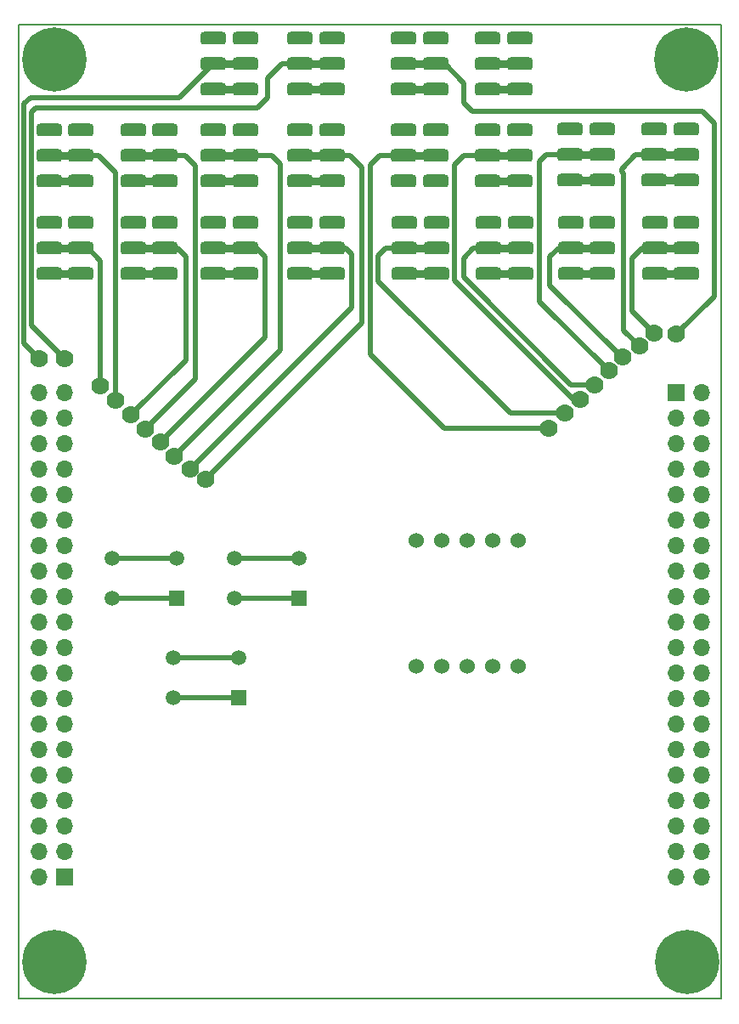
<source format=gbl>
%TF.GenerationSoftware,KiCad,Pcbnew,(6.0.1)*%
%TF.CreationDate,2022-04-05T15:29:15+02:00*%
%TF.ProjectId,ba_nano_version_2,62615f6e-616e-46f5-9f76-657273696f6e,rev?*%
%TF.SameCoordinates,Original*%
%TF.FileFunction,Copper,L2,Bot*%
%TF.FilePolarity,Positive*%
%FSLAX46Y46*%
G04 Gerber Fmt 4.6, Leading zero omitted, Abs format (unit mm)*
G04 Created by KiCad (PCBNEW (6.0.1)) date 2022-04-05 15:29:15*
%MOMM*%
%LPD*%
G01*
G04 APERTURE LIST*
G04 Aperture macros list*
%AMRoundRect*
0 Rectangle with rounded corners*
0 $1 Rounding radius*
0 $2 $3 $4 $5 $6 $7 $8 $9 X,Y pos of 4 corners*
0 Add a 4 corners polygon primitive as box body*
4,1,4,$2,$3,$4,$5,$6,$7,$8,$9,$2,$3,0*
0 Add four circle primitives for the rounded corners*
1,1,$1+$1,$2,$3*
1,1,$1+$1,$4,$5*
1,1,$1+$1,$6,$7*
1,1,$1+$1,$8,$9*
0 Add four rect primitives between the rounded corners*
20,1,$1+$1,$2,$3,$4,$5,0*
20,1,$1+$1,$4,$5,$6,$7,0*
20,1,$1+$1,$6,$7,$8,$9,0*
20,1,$1+$1,$8,$9,$2,$3,0*%
G04 Aperture macros list end*
%TA.AperFunction,Profile*%
%ADD10C,0.200000*%
%TD*%
%TA.AperFunction,ComponentPad*%
%ADD11RoundRect,0.317500X0.955000X-0.317500X0.955000X0.317500X-0.955000X0.317500X-0.955000X-0.317500X0*%
%TD*%
%TA.AperFunction,ComponentPad*%
%ADD12C,6.400000*%
%TD*%
%TA.AperFunction,ComponentPad*%
%ADD13C,1.524000*%
%TD*%
%TA.AperFunction,ComponentPad*%
%ADD14R,1.500000X1.500000*%
%TD*%
%TA.AperFunction,ComponentPad*%
%ADD15C,1.500000*%
%TD*%
%TA.AperFunction,ComponentPad*%
%ADD16R,1.700000X1.700000*%
%TD*%
%TA.AperFunction,ComponentPad*%
%ADD17O,1.700000X1.700000*%
%TD*%
%TA.AperFunction,ViaPad*%
%ADD18C,1.778000*%
%TD*%
%TA.AperFunction,Conductor*%
%ADD19C,0.508000*%
%TD*%
%TA.AperFunction,Conductor*%
%ADD20C,0.762000*%
%TD*%
G04 APERTURE END LIST*
D10*
X169658181Y-52980345D02*
X169658181Y-149982945D01*
X99655781Y-149982945D02*
X99655781Y-52980345D01*
X169658181Y-149982945D02*
X99655781Y-149982945D01*
X99655781Y-52980345D02*
X169658181Y-52980345D01*
D11*
%TO.P,SW20,1,A*%
%TO.N,Net-(R40-Pad2)*%
X105863420Y-77759560D03*
%TO.P,SW20,2,B*%
%TO.N,/GPIO_0_37*%
X105863420Y-75219560D03*
%TO.P,SW20,3,C*%
%TO.N,GND*%
X105863420Y-72679560D03*
%TO.P,SW20,4,A*%
%TO.N,Net-(R40-Pad2)*%
X102670640Y-77759560D03*
%TO.P,SW20,5,B*%
%TO.N,/GPIO_0_37*%
X102670640Y-75219560D03*
%TO.P,SW20,6,C*%
%TO.N,GND*%
X102670640Y-72679560D03*
%TD*%
%TO.P,SW14,1,A*%
%TO.N,Net-(R34-Pad2)*%
X157854680Y-77724000D03*
%TO.P,SW14,2,B*%
%TO.N,/GPIO_1_5*%
X157854680Y-75184000D03*
%TO.P,SW14,3,C*%
%TO.N,GND*%
X157854680Y-72644000D03*
%TO.P,SW14,4,A*%
%TO.N,Net-(R34-Pad2)*%
X154661900Y-77724000D03*
%TO.P,SW14,5,B*%
%TO.N,/GPIO_1_5*%
X154661900Y-75184000D03*
%TO.P,SW14,6,C*%
%TO.N,GND*%
X154661900Y-72644000D03*
%TD*%
D12*
%TO.P,H4,1*%
%TO.N,N/C*%
X166243000Y-56388000D03*
%TD*%
D13*
%TO.P,U1,1,D*%
%TO.N,Net-(R42-Pad2)*%
X139319000Y-116867000D03*
%TO.P,U1,2,DP*%
%TO.N,Net-(R44-Pad2)*%
X141859000Y-116867000D03*
%TO.P,U1,3,E*%
%TO.N,Net-(R46-Pad2)*%
X144399000Y-116867000D03*
%TO.P,U1,4,C*%
%TO.N,Net-(R48-Pad2)*%
X146939000Y-116867000D03*
%TO.P,U1,5,CA_DIG2*%
%TO.N,GND*%
X149479000Y-116867000D03*
%TO.P,U1,6,B*%
%TO.N,Net-(R49-Pad1)*%
X149479000Y-104367000D03*
%TO.P,U1,7,A*%
%TO.N,Net-(R47-Pad1)*%
X146939000Y-104367000D03*
%TO.P,U1,8,F*%
%TO.N,Net-(R45-Pad1)*%
X144399000Y-104367000D03*
%TO.P,U1,9,G*%
%TO.N,Net-(R43-Pad1)*%
X141859000Y-104367000D03*
%TO.P,U1,10,CA_D1*%
%TO.N,GND*%
X139319000Y-104367000D03*
%TD*%
D11*
%TO.P,SW19,1,A*%
%TO.N,Net-(R39-Pad2)*%
X114255580Y-77759560D03*
%TO.P,SW19,2,B*%
%TO.N,/GPIO_0_35*%
X114255580Y-75219560D03*
%TO.P,SW19,3,C*%
%TO.N,GND*%
X114255580Y-72679560D03*
%TO.P,SW19,4,A*%
%TO.N,Net-(R39-Pad2)*%
X111062800Y-77759560D03*
%TO.P,SW19,5,B*%
%TO.N,/GPIO_0_35*%
X111062800Y-75219560D03*
%TO.P,SW19,6,C*%
%TO.N,GND*%
X111062800Y-72679560D03*
%TD*%
%TO.P,SW10,1,A*%
%TO.N,Net-(R30-Pad2)*%
X122228640Y-68513960D03*
%TO.P,SW10,2,B*%
%TO.N,/GPIO_0_32*%
X122228640Y-65973960D03*
%TO.P,SW10,3,C*%
%TO.N,GND*%
X122228640Y-63433960D03*
%TO.P,SW10,4,A*%
%TO.N,Net-(R30-Pad2)*%
X119035860Y-68513960D03*
%TO.P,SW10,5,B*%
%TO.N,/GPIO_0_32*%
X119035860Y-65973960D03*
%TO.P,SW10,6,C*%
%TO.N,GND*%
X119035860Y-63433960D03*
%TD*%
D12*
%TO.P,H1,1*%
%TO.N,N/C*%
X103251000Y-146291300D03*
%TD*%
D14*
%TO.P,S1,1,COM_1*%
%TO.N,Net-(R52-Pad2)*%
X127635000Y-110109000D03*
D15*
%TO.P,S1,2,COM_2*%
X121135000Y-110109000D03*
%TO.P,S1,3,NO_1*%
%TO.N,/GPIO_0_26*%
X127635000Y-106109000D03*
%TO.P,S1,4,NO_2*%
X121135000Y-106109000D03*
%TD*%
D12*
%TO.P,H3,1*%
%TO.N,N/C*%
X103251000Y-56375300D03*
%TD*%
D11*
%TO.P,SW18,1,A*%
%TO.N,Net-(R38-Pad2)*%
X122228640Y-77759560D03*
%TO.P,SW18,2,B*%
%TO.N,/GPIO_0_33*%
X122228640Y-75219560D03*
%TO.P,SW18,3,C*%
%TO.N,GND*%
X122228640Y-72679560D03*
%TO.P,SW18,4,A*%
%TO.N,Net-(R38-Pad2)*%
X119035860Y-77759560D03*
%TO.P,SW18,5,B*%
%TO.N,/GPIO_0_33*%
X119035860Y-75219560D03*
%TO.P,SW18,6,C*%
%TO.N,GND*%
X119035860Y-72679560D03*
%TD*%
%TO.P,SW3,1,A*%
%TO.N,Net-(R23-Pad2)*%
X130874800Y-59369960D03*
%TO.P,SW3,2,B*%
%TO.N,/GPIO_0_38*%
X130874800Y-56829960D03*
%TO.P,SW3,3,C*%
%TO.N,GND*%
X130874800Y-54289960D03*
%TO.P,SW3,4,A*%
%TO.N,Net-(R23-Pad2)*%
X127682020Y-59369960D03*
%TO.P,SW3,5,B*%
%TO.N,/GPIO_0_38*%
X127682020Y-56829960D03*
%TO.P,SW3,6,C*%
%TO.N,GND*%
X127682020Y-54289960D03*
%TD*%
%TO.P,SW16,1,A*%
%TO.N,Net-(R36-Pad2)*%
X141304040Y-77759560D03*
%TO.P,SW16,2,B*%
%TO.N,/GPIO_1_9*%
X141304040Y-75219560D03*
%TO.P,SW16,3,C*%
%TO.N,GND*%
X141304040Y-72679560D03*
%TO.P,SW16,4,A*%
%TO.N,Net-(R36-Pad2)*%
X138111260Y-77759560D03*
%TO.P,SW16,5,B*%
%TO.N,/GPIO_1_9*%
X138111260Y-75219560D03*
%TO.P,SW16,6,C*%
%TO.N,GND*%
X138111260Y-72679560D03*
%TD*%
%TO.P,SW15,1,A*%
%TO.N,Net-(R35-Pad2)*%
X149670800Y-77759560D03*
%TO.P,SW15,2,B*%
%TO.N,/GPIO_1_7*%
X149670800Y-75219560D03*
%TO.P,SW15,3,C*%
%TO.N,GND*%
X149670800Y-72679560D03*
%TO.P,SW15,4,A*%
%TO.N,Net-(R35-Pad2)*%
X146478020Y-77759560D03*
%TO.P,SW15,5,B*%
%TO.N,/GPIO_1_7*%
X146478020Y-75219560D03*
%TO.P,SW15,6,C*%
%TO.N,GND*%
X146478020Y-72679560D03*
%TD*%
%TO.P,SW2,1,A*%
%TO.N,Net-(R22-Pad2)*%
X141207520Y-59369960D03*
%TO.P,SW2,2,B*%
%TO.N,/GPIO_1_0*%
X141207520Y-56829960D03*
%TO.P,SW2,3,C*%
%TO.N,GND*%
X141207520Y-54289960D03*
%TO.P,SW2,4,A*%
%TO.N,Net-(R22-Pad2)*%
X138014740Y-59369960D03*
%TO.P,SW2,5,B*%
%TO.N,/GPIO_1_0*%
X138014740Y-56829960D03*
%TO.P,SW2,6,C*%
%TO.N,GND*%
X138014740Y-54289960D03*
%TD*%
%TO.P,SW6,1,A*%
%TO.N,Net-(R26-Pad2)*%
X157798800Y-68478400D03*
%TO.P,SW6,2,B*%
%TO.N,/GPIO_1_4*%
X157798800Y-65938400D03*
%TO.P,SW6,3,C*%
%TO.N,GND*%
X157798800Y-63398400D03*
%TO.P,SW6,4,A*%
%TO.N,Net-(R26-Pad2)*%
X154606020Y-68478400D03*
%TO.P,SW6,5,B*%
%TO.N,/GPIO_1_4*%
X154606020Y-65938400D03*
%TO.P,SW6,6,C*%
%TO.N,GND*%
X154606020Y-63398400D03*
%TD*%
D12*
%TO.P,H2,1*%
%TO.N,N/C*%
X166268400Y-146291300D03*
%TD*%
D11*
%TO.P,SW11,1,A*%
%TO.N,Net-(R31-Pad2)*%
X114255580Y-68513960D03*
%TO.P,SW11,2,B*%
%TO.N,/GPIO_0_34*%
X114255580Y-65973960D03*
%TO.P,SW11,3,C*%
%TO.N,GND*%
X114255580Y-63433960D03*
%TO.P,SW11,4,A*%
%TO.N,Net-(R31-Pad2)*%
X111062800Y-68513960D03*
%TO.P,SW11,5,B*%
%TO.N,/GPIO_0_34*%
X111062800Y-65973960D03*
%TO.P,SW11,6,C*%
%TO.N,GND*%
X111062800Y-63433960D03*
%TD*%
%TO.P,SW5,1,A*%
%TO.N,Net-(R25-Pad2)*%
X166218900Y-68478400D03*
%TO.P,SW5,2,B*%
%TO.N,/GPIO_1_2*%
X166218900Y-65938400D03*
%TO.P,SW5,3,C*%
%TO.N,GND*%
X166218900Y-63398400D03*
%TO.P,SW5,4,A*%
%TO.N,Net-(R25-Pad2)*%
X163026120Y-68478400D03*
%TO.P,SW5,5,B*%
%TO.N,/GPIO_1_2*%
X163026120Y-65938400D03*
%TO.P,SW5,6,C*%
%TO.N,GND*%
X163026120Y-63398400D03*
%TD*%
%TO.P,SW1,1,A*%
%TO.N,Net-(R21-Pad2)*%
X149625080Y-59369960D03*
%TO.P,SW1,2,B*%
%TO.N,/GPIO_1_1*%
X149625080Y-56829960D03*
%TO.P,SW1,3,C*%
%TO.N,GND*%
X149625080Y-54289960D03*
%TO.P,SW1,4,A*%
%TO.N,Net-(R21-Pad2)*%
X146432300Y-59369960D03*
%TO.P,SW1,5,B*%
%TO.N,/GPIO_1_1*%
X146432300Y-56829960D03*
%TO.P,SW1,6,C*%
%TO.N,GND*%
X146432300Y-54289960D03*
%TD*%
%TO.P,SW4,1,A*%
%TO.N,Net-(R24-Pad2)*%
X122228640Y-59369960D03*
%TO.P,SW4,2,B*%
%TO.N,/GPIO_0_39*%
X122228640Y-56829960D03*
%TO.P,SW4,3,C*%
%TO.N,GND*%
X122228640Y-54289960D03*
%TO.P,SW4,4,A*%
%TO.N,Net-(R24-Pad2)*%
X119035860Y-59369960D03*
%TO.P,SW4,5,B*%
%TO.N,/GPIO_0_39*%
X119035860Y-56829960D03*
%TO.P,SW4,6,C*%
%TO.N,GND*%
X119035860Y-54289960D03*
%TD*%
%TO.P,SW7,1,A*%
%TO.N,Net-(R27-Pad2)*%
X149625080Y-68513960D03*
%TO.P,SW7,2,B*%
%TO.N,/GPIO_1_6*%
X149625080Y-65973960D03*
%TO.P,SW7,3,C*%
%TO.N,GND*%
X149625080Y-63433960D03*
%TO.P,SW7,4,A*%
%TO.N,Net-(R27-Pad2)*%
X146432300Y-68513960D03*
%TO.P,SW7,5,B*%
%TO.N,/GPIO_1_6*%
X146432300Y-65973960D03*
%TO.P,SW7,6,C*%
%TO.N,GND*%
X146432300Y-63433960D03*
%TD*%
D14*
%TO.P,S3,1,COM_1*%
%TO.N,Net-(R51-Pad2)*%
X115443000Y-110109000D03*
D15*
%TO.P,S3,2,COM_2*%
X108943000Y-110109000D03*
%TO.P,S3,3,NO_1*%
%TO.N,/GPIO_0_27*%
X115443000Y-106109000D03*
%TO.P,S3,4,NO_2*%
X108943000Y-106109000D03*
%TD*%
D16*
%TO.P,J1,1,Pin_1*%
%TO.N,/GPIO_0_0*%
X104216200Y-137883900D03*
D17*
%TO.P,J1,2,Pin_2*%
%TO.N,/GPIO_0_1*%
X101676200Y-137883900D03*
%TO.P,J1,3,Pin_3*%
%TO.N,/GPIO_0_2*%
X104216200Y-135343900D03*
%TO.P,J1,4,Pin_4*%
%TO.N,/GPIO_0_3*%
X101676200Y-135343900D03*
%TO.P,J1,5,Pin_5*%
%TO.N,/GPIO_0_4*%
X104216200Y-132803900D03*
%TO.P,J1,6,Pin_6*%
%TO.N,/GPIO_0_5*%
X101676200Y-132803900D03*
%TO.P,J1,7,Pin_7*%
%TO.N,/GPIO_0_6*%
X104216200Y-130263900D03*
%TO.P,J1,8,Pin_8*%
%TO.N,/GPIO_0_7*%
X101676200Y-130263900D03*
%TO.P,J1,9,Pin_9*%
%TO.N,/GPIO_0_8*%
X104216200Y-127723900D03*
%TO.P,J1,10,Pin_10*%
%TO.N,/GPIO_0_9*%
X101676200Y-127723900D03*
%TO.P,J1,11,Pin_11*%
%TO.N,unconnected-(J1-Pad11)*%
X104216200Y-125183900D03*
%TO.P,J1,12,Pin_12*%
%TO.N,GND*%
X101676200Y-125183900D03*
%TO.P,J1,13,Pin_13*%
%TO.N,/GPIO_0_12*%
X104216200Y-122643900D03*
%TO.P,J1,14,Pin_14*%
%TO.N,/GPIO_0_13*%
X101676200Y-122643900D03*
%TO.P,J1,15,Pin_15*%
%TO.N,/GPIO_0_14*%
X104216200Y-120103900D03*
%TO.P,J1,16,Pin_16*%
%TO.N,/GPIO_0_15*%
X101676200Y-120103900D03*
%TO.P,J1,17,Pin_17*%
%TO.N,/GPIO_0_16*%
X104216200Y-117563900D03*
%TO.P,J1,18,Pin_18*%
%TO.N,/GPIO_0_17*%
X101676200Y-117563900D03*
%TO.P,J1,19,Pin_19*%
%TO.N,/GPIO_0_18*%
X104216200Y-115023900D03*
%TO.P,J1,20,Pin_20*%
%TO.N,/GPIO_0_19*%
X101676200Y-115023900D03*
%TO.P,J1,21,Pin_21*%
%TO.N,/GPIO_0_20*%
X104216200Y-112483900D03*
%TO.P,J1,22,Pin_22*%
%TO.N,/GPIO_0_21*%
X101676200Y-112483900D03*
%TO.P,J1,23,Pin_23*%
%TO.N,/GPIO_0_22*%
X104216200Y-109943900D03*
%TO.P,J1,24,Pin_24*%
%TO.N,/GPIO_0_23*%
X101676200Y-109943900D03*
%TO.P,J1,25,Pin_25*%
%TO.N,/GPIO_0_24*%
X104216200Y-107403900D03*
%TO.P,J1,26,Pin_26*%
%TO.N,/GPIO_0_25*%
X101676200Y-107403900D03*
%TO.P,J1,27,Pin_27*%
%TO.N,/GPIO_0_26*%
X104216200Y-104863900D03*
%TO.P,J1,28,Pin_28*%
%TO.N,/GPIO_0_27*%
X101676200Y-104863900D03*
%TO.P,J1,29,Pin_29*%
%TO.N,+3V3*%
X104216200Y-102323900D03*
%TO.P,J1,30,Pin_30*%
%TO.N,GND*%
X101676200Y-102323900D03*
%TO.P,J1,31,Pin_31*%
%TO.N,/GPIO_0_30*%
X104216200Y-99783900D03*
%TO.P,J1,32,Pin_32*%
%TO.N,/GPIO_0_31*%
X101676200Y-99783900D03*
%TO.P,J1,33,Pin_33*%
%TO.N,/GPIO_0_32*%
X104216200Y-97243900D03*
%TO.P,J1,34,Pin_34*%
%TO.N,/GPIO_0_33*%
X101676200Y-97243900D03*
%TO.P,J1,35,Pin_35*%
%TO.N,/GPIO_0_34*%
X104216200Y-94703900D03*
%TO.P,J1,36,Pin_36*%
%TO.N,/GPIO_0_35*%
X101676200Y-94703900D03*
%TO.P,J1,37,Pin_37*%
%TO.N,/GPIO_0_36*%
X104216200Y-92163900D03*
%TO.P,J1,38,Pin_38*%
%TO.N,/GPIO_0_37*%
X101676200Y-92163900D03*
%TO.P,J1,39,Pin_39*%
%TO.N,/GPIO_0_38*%
X104216200Y-89623900D03*
%TO.P,J1,40,Pin_40*%
%TO.N,/GPIO_0_39*%
X101676200Y-89623900D03*
%TD*%
D11*
%TO.P,SW9,1,A*%
%TO.N,Net-(R29-Pad2)*%
X130874800Y-68513960D03*
%TO.P,SW9,2,B*%
%TO.N,/GPIO_0_30*%
X130874800Y-65973960D03*
%TO.P,SW9,3,C*%
%TO.N,GND*%
X130874800Y-63433960D03*
%TO.P,SW9,4,A*%
%TO.N,Net-(R29-Pad2)*%
X127682020Y-68513960D03*
%TO.P,SW9,5,B*%
%TO.N,/GPIO_0_30*%
X127682020Y-65973960D03*
%TO.P,SW9,6,C*%
%TO.N,GND*%
X127682020Y-63433960D03*
%TD*%
%TO.P,SW12,1,A*%
%TO.N,Net-(R32-Pad2)*%
X105863420Y-68513960D03*
%TO.P,SW12,2,B*%
%TO.N,/GPIO_0_36*%
X105863420Y-65973960D03*
%TO.P,SW12,3,C*%
%TO.N,GND*%
X105863420Y-63433960D03*
%TO.P,SW12,4,A*%
%TO.N,Net-(R32-Pad2)*%
X102670640Y-68513960D03*
%TO.P,SW12,5,B*%
%TO.N,/GPIO_0_36*%
X102670640Y-65973960D03*
%TO.P,SW12,6,C*%
%TO.N,GND*%
X102670640Y-63433960D03*
%TD*%
D14*
%TO.P,S2,1,COM_1*%
%TO.N,Net-(R53-Pad2)*%
X121614000Y-119983000D03*
D15*
%TO.P,S2,2,COM_2*%
X115114000Y-119983000D03*
%TO.P,S2,3,NO_1*%
%TO.N,/GPIO_0_24*%
X121614000Y-115983000D03*
%TO.P,S2,4,NO_2*%
X115114000Y-115983000D03*
%TD*%
D11*
%TO.P,SW8,1,A*%
%TO.N,Net-(R28-Pad2)*%
X141207520Y-68513960D03*
%TO.P,SW8,2,B*%
%TO.N,/GPIO_1_8*%
X141207520Y-65973960D03*
%TO.P,SW8,3,C*%
%TO.N,GND*%
X141207520Y-63433960D03*
%TO.P,SW8,4,A*%
%TO.N,Net-(R28-Pad2)*%
X138014740Y-68513960D03*
%TO.P,SW8,5,B*%
%TO.N,/GPIO_1_8*%
X138014740Y-65973960D03*
%TO.P,SW8,6,C*%
%TO.N,GND*%
X138014740Y-63433960D03*
%TD*%
%TO.P,SW17,1,A*%
%TO.N,Net-(R37-Pad2)*%
X130874800Y-77759560D03*
%TO.P,SW17,2,B*%
%TO.N,/GPIO_0_31*%
X130874800Y-75219560D03*
%TO.P,SW17,3,C*%
%TO.N,GND*%
X130874800Y-72679560D03*
%TO.P,SW17,4,A*%
%TO.N,Net-(R37-Pad2)*%
X127682020Y-77759560D03*
%TO.P,SW17,5,B*%
%TO.N,/GPIO_0_31*%
X127682020Y-75219560D03*
%TO.P,SW17,6,C*%
%TO.N,GND*%
X127682020Y-72679560D03*
%TD*%
D16*
%TO.P,J2,1,Pin_1*%
%TO.N,/GPIO_1_0*%
X165188900Y-89623900D03*
D17*
%TO.P,J2,2,Pin_2*%
%TO.N,/GPIO_1_1*%
X167728900Y-89623900D03*
%TO.P,J2,3,Pin_3*%
%TO.N,/GPIO_1_2*%
X165188900Y-92163900D03*
%TO.P,J2,4,Pin_4*%
%TO.N,/GPIO_1_3*%
X167728900Y-92163900D03*
%TO.P,J2,5,Pin_5*%
%TO.N,/GPIO_1_4*%
X165188900Y-94703900D03*
%TO.P,J2,6,Pin_6*%
%TO.N,/GPIO_1_5*%
X167728900Y-94703900D03*
%TO.P,J2,7,Pin_7*%
%TO.N,/GPIO_1_6*%
X165188900Y-97243900D03*
%TO.P,J2,8,Pin_8*%
%TO.N,/GPIO_1_7*%
X167728900Y-97243900D03*
%TO.P,J2,9,Pin_9*%
%TO.N,/GPIO_1_8*%
X165188900Y-99783900D03*
%TO.P,J2,10,Pin_10*%
%TO.N,/GPIO_1_9*%
X167728900Y-99783900D03*
%TO.P,J2,11,Pin_11*%
%TO.N,unconnected-(J2-Pad11)*%
X165188900Y-102323900D03*
%TO.P,J2,12,Pin_12*%
%TO.N,GND*%
X167728900Y-102323900D03*
%TO.P,J2,13,Pin_13*%
%TO.N,/GPIO_1_12*%
X165188900Y-104863900D03*
%TO.P,J2,14,Pin_14*%
%TO.N,/GPIO_1_13*%
X167728900Y-104863900D03*
%TO.P,J2,15,Pin_15*%
%TO.N,/GPIO_1_14*%
X165188900Y-107403900D03*
%TO.P,J2,16,Pin_16*%
%TO.N,/GPIO_1_15*%
X167728900Y-107403900D03*
%TO.P,J2,17,Pin_17*%
%TO.N,/GPIO_1_16*%
X165188900Y-109943900D03*
%TO.P,J2,18,Pin_18*%
%TO.N,/GPIO_1_17*%
X167728900Y-109943900D03*
%TO.P,J2,19,Pin_19*%
%TO.N,/GPIO_1_18*%
X165188900Y-112483900D03*
%TO.P,J2,20,Pin_20*%
%TO.N,/GPIO_1_19*%
X167728900Y-112483900D03*
%TO.P,J2,21,Pin_21*%
%TO.N,/GPIO_1_20*%
X165188900Y-115023900D03*
%TO.P,J2,22,Pin_22*%
%TO.N,/GPIO_1_21*%
X167728900Y-115023900D03*
%TO.P,J2,23,Pin_23*%
%TO.N,/GPIO_1_22*%
X165188900Y-117563900D03*
%TO.P,J2,24,Pin_24*%
%TO.N,/GPIO_1_23*%
X167728900Y-117563900D03*
%TO.P,J2,25,Pin_25*%
%TO.N,/GPIO_1_24*%
X165188900Y-120103900D03*
%TO.P,J2,26,Pin_26*%
%TO.N,/GPIO_1_25*%
X167728900Y-120103900D03*
%TO.P,J2,27,Pin_27*%
%TO.N,/GPIO_1_26*%
X165188900Y-122643900D03*
%TO.P,J2,28,Pin_28*%
%TO.N,/GPIO_1_27*%
X167728900Y-122643900D03*
%TO.P,J2,29,Pin_29*%
%TO.N,+3V3*%
X165188900Y-125183900D03*
%TO.P,J2,30,Pin_30*%
%TO.N,GND*%
X167728900Y-125183900D03*
%TO.P,J2,31,Pin_31*%
%TO.N,/GPIO_1_30*%
X165188900Y-127723900D03*
%TO.P,J2,32,Pin_32*%
%TO.N,/GPIO_1_31*%
X167728900Y-127723900D03*
%TO.P,J2,33,Pin_33*%
%TO.N,/GPIO_1_32*%
X165188900Y-130263900D03*
%TO.P,J2,34,Pin_34*%
%TO.N,/GPIO_1_33*%
X167728900Y-130263900D03*
%TO.P,J2,35,Pin_35*%
%TO.N,/GPIO_1_34*%
X165188900Y-132803900D03*
%TO.P,J2,36,Pin_36*%
%TO.N,/GPIO_1_35*%
X167728900Y-132803900D03*
%TO.P,J2,37,Pin_37*%
%TO.N,/GPIO_1_36*%
X165188900Y-135343900D03*
%TO.P,J2,38,Pin_38*%
%TO.N,/GPIO_1_37*%
X167728900Y-135343900D03*
%TO.P,J2,39,Pin_39*%
%TO.N,/GPIO_1_38*%
X165188900Y-137883900D03*
%TO.P,J2,40,Pin_40*%
%TO.N,/GPIO_1_39*%
X167728900Y-137883900D03*
%TD*%
D11*
%TO.P,SW13,1,A*%
%TO.N,Net-(R33-Pad2)*%
X166246840Y-77724000D03*
%TO.P,SW13,2,B*%
%TO.N,/GPIO_1_3*%
X166246840Y-75184000D03*
%TO.P,SW13,3,C*%
%TO.N,GND*%
X166246840Y-72644000D03*
%TO.P,SW13,4,A*%
%TO.N,Net-(R33-Pad2)*%
X163054060Y-77724000D03*
%TO.P,SW13,5,B*%
%TO.N,/GPIO_1_3*%
X163054060Y-75184000D03*
%TO.P,SW13,6,C*%
%TO.N,GND*%
X163054060Y-72644000D03*
%TD*%
D18*
%TO.N,/GPIO_0_30*%
X118275000Y-98275000D03*
%TO.N,/GPIO_0_31*%
X116725000Y-97250000D03*
%TO.N,/GPIO_1_0*%
X165175000Y-83800000D03*
%TO.N,/GPIO_1_2*%
X161525000Y-84950000D03*
%TO.N,/GPIO_1_3*%
X163025000Y-83700000D03*
%TO.N,/GPIO_1_4*%
X158475000Y-87400000D03*
%TO.N,/GPIO_1_5*%
X159900000Y-86075000D03*
%TO.N,/GPIO_1_6*%
X155650000Y-90325000D03*
%TO.N,/GPIO_1_7*%
X157050000Y-88825000D03*
%TO.N,/GPIO_1_8*%
X152475000Y-93150000D03*
%TO.N,/GPIO_1_9*%
X154100000Y-91650000D03*
%TO.N,/GPIO_0_32*%
X115175000Y-95950000D03*
%TO.N,/GPIO_0_33*%
X113775000Y-94550000D03*
%TO.N,/GPIO_0_34*%
X112300000Y-93225000D03*
%TO.N,/GPIO_0_35*%
X110871000Y-91821000D03*
%TO.N,/GPIO_0_36*%
X109325000Y-90375000D03*
%TO.N,/GPIO_0_37*%
X107823000Y-88900000D03*
%TO.N,/GPIO_0_38*%
X104267000Y-86233000D03*
%TO.N,/GPIO_0_39*%
X101727000Y-86233000D03*
%TD*%
D19*
%TO.N,/GPIO_1_0*%
X142129960Y-56829960D02*
X141207520Y-56829960D01*
X144050000Y-58750000D02*
X142129960Y-56829960D01*
%TO.N,/GPIO_0_26*%
X121135000Y-106109000D02*
X127635000Y-106109000D01*
%TO.N,/GPIO_0_30*%
X133858000Y-67183000D02*
X133858000Y-82692000D01*
X132648960Y-65973960D02*
X133858000Y-67183000D01*
X133858000Y-82692000D02*
X118275000Y-98275000D01*
D20*
X127682020Y-65973960D02*
X130874800Y-65973960D01*
D19*
X130874800Y-65973960D02*
X132648960Y-65973960D01*
%TO.N,/GPIO_0_31*%
X132842000Y-81133000D02*
X116725000Y-97250000D01*
X130874800Y-75219560D02*
X132242560Y-75219560D01*
X132842000Y-75819000D02*
X132842000Y-81133000D01*
D20*
X127682020Y-75219560D02*
X130874800Y-75219560D01*
D19*
X132242560Y-75219560D02*
X132842000Y-75819000D01*
D20*
%TO.N,/GPIO_1_0*%
X138014740Y-56829960D02*
X141207520Y-56829960D01*
D19*
X168975000Y-80000000D02*
X165175000Y-83800000D01*
X144050000Y-60750000D02*
X144900000Y-61600000D01*
X167800000Y-61600000D02*
X168975000Y-62775000D01*
X144900000Y-61600000D02*
X167800000Y-61600000D01*
X144050000Y-58750000D02*
X144050000Y-60750000D01*
X168975000Y-62775000D02*
X168975000Y-80000000D01*
D20*
%TO.N,/GPIO_1_1*%
X146432300Y-56829960D02*
X149625080Y-56829960D01*
D19*
%TO.N,/GPIO_1_2*%
X163026120Y-65938400D02*
X161136600Y-65938400D01*
X159775000Y-67300000D02*
X159775000Y-67590166D01*
X159975000Y-67790166D02*
X159975000Y-83400000D01*
X159775000Y-67590166D02*
X159975000Y-67790166D01*
X161136600Y-65938400D02*
X159775000Y-67300000D01*
X159975000Y-83400000D02*
X161525000Y-84950000D01*
D20*
X163026120Y-65938400D02*
X166218900Y-65938400D01*
D19*
%TO.N,/GPIO_1_3*%
X161816000Y-75184000D02*
X160800000Y-76200000D01*
X160800000Y-81475000D02*
X163025000Y-83700000D01*
X160800000Y-76200000D02*
X160800000Y-81475000D01*
D20*
X163054060Y-75184000D02*
X166246840Y-75184000D01*
D19*
X163054060Y-75184000D02*
X161816000Y-75184000D01*
%TO.N,/GPIO_1_4*%
X154606020Y-65938400D02*
X152261600Y-65938400D01*
X158475000Y-87400000D02*
X151600000Y-80525000D01*
X151600000Y-80525000D02*
X151600000Y-66600000D01*
D20*
X154606020Y-65938400D02*
X157798800Y-65938400D01*
D19*
X152261600Y-65938400D02*
X151600000Y-66600000D01*
%TO.N,/GPIO_1_5*%
X159900000Y-86075000D02*
X159750000Y-86075000D01*
X152600000Y-78925000D02*
X152600000Y-76100000D01*
X154661900Y-75184000D02*
X153516000Y-75184000D01*
D20*
X154661900Y-75184000D02*
X157854680Y-75184000D01*
D19*
X159750000Y-86075000D02*
X152600000Y-78925000D01*
X153516000Y-75184000D02*
X152600000Y-76100000D01*
D20*
%TO.N,/GPIO_1_6*%
X146432300Y-65973960D02*
X149625080Y-65973960D01*
D19*
X143100000Y-78450000D02*
X154975000Y-90325000D01*
X144026040Y-65973960D02*
X143100000Y-66900000D01*
X146432300Y-65973960D02*
X144026040Y-65973960D01*
X154975000Y-90325000D02*
X155650000Y-90325000D01*
X143100000Y-66900000D02*
X143100000Y-78450000D01*
D20*
%TO.N,/GPIO_1_7*%
X146478020Y-75219560D02*
X149670800Y-75219560D01*
D19*
X154725000Y-88825000D02*
X157050000Y-88825000D01*
X144000000Y-78100000D02*
X154725000Y-88825000D01*
X146478020Y-75219560D02*
X144980440Y-75219560D01*
X144980440Y-75219560D02*
X144000000Y-76200000D01*
X144000000Y-76200000D02*
X144000000Y-78100000D01*
%TO.N,/GPIO_1_8*%
X134700000Y-66900000D02*
X135626040Y-65973960D01*
X152475000Y-93150000D02*
X142050000Y-93150000D01*
X135626040Y-65973960D02*
X138014740Y-65973960D01*
X142050000Y-93150000D02*
X134700000Y-85800000D01*
D20*
X138014740Y-65973960D02*
X141207520Y-65973960D01*
D19*
X134700000Y-85800000D02*
X134700000Y-66900000D01*
%TO.N,/GPIO_1_9*%
X135500000Y-78500000D02*
X148650000Y-91650000D01*
X148650000Y-91650000D02*
X154100000Y-91650000D01*
X136280440Y-75219560D02*
X135500000Y-76000000D01*
X135500000Y-76000000D02*
X135500000Y-78500000D01*
X138111260Y-75219560D02*
X136280440Y-75219560D01*
D20*
X138111260Y-75219560D02*
X141304040Y-75219560D01*
D19*
%TO.N,/GPIO_0_32*%
X125730000Y-66802000D02*
X125730000Y-85395000D01*
X122228640Y-65973960D02*
X124901960Y-65973960D01*
X124901960Y-65973960D02*
X125730000Y-66802000D01*
D20*
X119035860Y-65973960D02*
X122228640Y-65973960D01*
D19*
X125730000Y-85395000D02*
X115175000Y-95950000D01*
%TO.N,/GPIO_0_33*%
X123352560Y-75219560D02*
X124206000Y-76073000D01*
D20*
X119035860Y-75219560D02*
X122228640Y-75219560D01*
D19*
X124206000Y-84119000D02*
X113775000Y-94550000D01*
X124206000Y-76073000D02*
X124206000Y-84119000D01*
X122228640Y-75219560D02*
X123352560Y-75219560D01*
%TO.N,/GPIO_0_24*%
X121614000Y-115983000D02*
X115114000Y-115983000D01*
%TO.N,/GPIO_0_27*%
X115443000Y-106109000D02*
X108943000Y-106109000D01*
%TO.N,/GPIO_0_34*%
X117309840Y-88215160D02*
X112300000Y-93225000D01*
X116265960Y-65973960D02*
X117309840Y-67017840D01*
X114255580Y-65973960D02*
X116265960Y-65973960D01*
D20*
X111062800Y-65973960D02*
X114255580Y-65973960D01*
D19*
X117309840Y-67017840D02*
X117309840Y-88215160D01*
D20*
%TO.N,/GPIO_0_35*%
X111062800Y-75219560D02*
X114255580Y-75219560D01*
D19*
X115478560Y-75219560D02*
X116332000Y-76073000D01*
X116332000Y-76073000D02*
X116332000Y-86360000D01*
X116332000Y-86360000D02*
X110871000Y-91821000D01*
X114255580Y-75219560D02*
X115478560Y-75219560D01*
%TO.N,/GPIO_0_36*%
X105863420Y-65973960D02*
X107629960Y-65973960D01*
X109336780Y-67680780D02*
X109336780Y-90363220D01*
X107629960Y-65973960D02*
X109336780Y-67680780D01*
X109336780Y-90363220D02*
X109325000Y-90375000D01*
D20*
X102670640Y-65973960D02*
X105863420Y-65973960D01*
D19*
%TO.N,/GPIO_0_37*%
X106588560Y-75219560D02*
X105863420Y-75219560D01*
X107823000Y-88900000D02*
X107823000Y-76454000D01*
D20*
X102670640Y-75219560D02*
X105863420Y-75219560D01*
D19*
X107823000Y-76454000D02*
X106588560Y-75219560D01*
%TO.N,/GPIO_0_38*%
X100910520Y-61649480D02*
X100910520Y-82876520D01*
X124460000Y-60198000D02*
X123444000Y-61214000D01*
X123444000Y-61214000D02*
X101346000Y-61214000D01*
X100910520Y-82876520D02*
X104267000Y-86233000D01*
D20*
X127682020Y-56829960D02*
X130874800Y-56829960D01*
D19*
X101346000Y-61214000D02*
X100910520Y-61649480D01*
X124460000Y-58293000D02*
X124460000Y-60198000D01*
X127682020Y-56829960D02*
X125923040Y-56829960D01*
X125923040Y-56829960D02*
X124460000Y-58293000D01*
%TO.N,/GPIO_0_39*%
X100838000Y-60198000D02*
X115667820Y-60198000D01*
X101727000Y-86233000D02*
X100203000Y-84709000D01*
X115667820Y-60198000D02*
X119035860Y-56829960D01*
X100203000Y-84709000D02*
X100203000Y-60833000D01*
X100203000Y-60833000D02*
X100838000Y-60198000D01*
D20*
X119035860Y-56829960D02*
X122228640Y-56829960D01*
%TO.N,Net-(R21-Pad2)*%
X146432300Y-59369960D02*
X149625080Y-59369960D01*
%TO.N,Net-(R22-Pad2)*%
X138014740Y-59369960D02*
X141207520Y-59369960D01*
%TO.N,Net-(R23-Pad2)*%
X127682020Y-59369960D02*
X130874800Y-59369960D01*
%TO.N,Net-(R24-Pad2)*%
X119035860Y-59369960D02*
X122228640Y-59369960D01*
%TO.N,Net-(R25-Pad2)*%
X163026120Y-68478400D02*
X166218900Y-68478400D01*
%TO.N,Net-(R26-Pad2)*%
X154606020Y-68478400D02*
X157798800Y-68478400D01*
%TO.N,Net-(R27-Pad2)*%
X146432300Y-68513960D02*
X149625080Y-68513960D01*
%TO.N,Net-(R29-Pad2)*%
X127682020Y-68513960D02*
X130874800Y-68513960D01*
%TO.N,Net-(R30-Pad2)*%
X119035860Y-68513960D02*
X122228640Y-68513960D01*
%TO.N,Net-(R31-Pad2)*%
X111062800Y-68513960D02*
X114255580Y-68513960D01*
%TO.N,Net-(R32-Pad2)*%
X102670640Y-68513960D02*
X105863420Y-68513960D01*
%TO.N,Net-(R33-Pad2)*%
X166246840Y-77724000D02*
X163054060Y-77724000D01*
%TO.N,Net-(R34-Pad2)*%
X157854680Y-77724000D02*
X154661900Y-77724000D01*
%TO.N,Net-(R35-Pad2)*%
X149670800Y-77759560D02*
X146478020Y-77759560D01*
%TO.N,Net-(R36-Pad2)*%
X141304040Y-77759560D02*
X138111260Y-77759560D01*
%TO.N,Net-(R37-Pad2)*%
X130874800Y-77759560D02*
X127682020Y-77759560D01*
%TO.N,Net-(R38-Pad2)*%
X119035860Y-77759560D02*
X122228640Y-77759560D01*
%TO.N,Net-(R39-Pad2)*%
X114255580Y-77759560D02*
X111062800Y-77759560D01*
%TO.N,Net-(R40-Pad2)*%
X102670640Y-77759560D02*
X105863420Y-77759560D01*
D19*
%TO.N,Net-(R51-Pad2)*%
X115443000Y-110109000D02*
X108943000Y-110109000D01*
%TO.N,Net-(R52-Pad2)*%
X127635000Y-110109000D02*
X121135000Y-110109000D01*
%TO.N,Net-(R53-Pad2)*%
X115114000Y-119983000D02*
X121614000Y-119983000D01*
%TD*%
M02*

</source>
